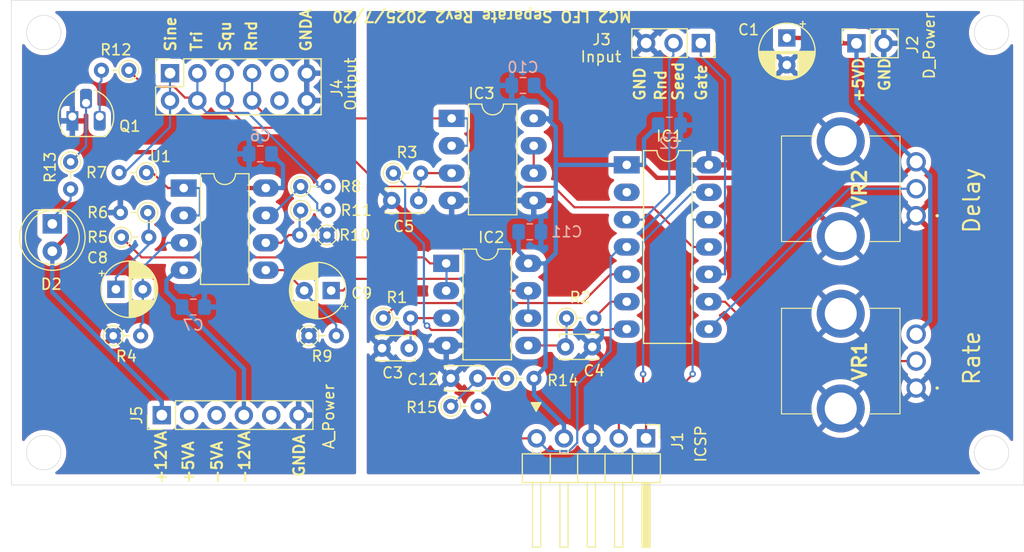
<source format=kicad_pcb>
(kicad_pcb (version 20241229) (generator "pcbnew") (generator_version "9.0")
  (layers (0 "F.Cu" signal) (2 "B.Cu" signal) (13 "F.Paste" user) (15 "B.Paste" user) (5 "F.SilkS" user "F.Silkscreen") (7 "B.SilkS" user "B.Silkscreen") (1 "F.Mask" user) (3 "B.Mask" user) (25 "Edge.Cuts" user))
  (net 0 "")
  (net 1 "+5VD")
  (net 2 "GND")
  (net 3 "Net-(IC2-VINA+)")
  (net 4 "Net-(IC2-VINB+)")
  (net 5 "Net-(IC3-VINA+)")
  (net 6 "GNDA")
  (net 7 "+12VA")
  (net 8 "-12VA")
  (net 9 "Net-(U1A-+)")
  (net 10 "Raw_Sine")
  (net 11 "Net-(C8-Pad1)")
  (net 12 "Raw_Triangle")
  (net 13 "RandumSeed")
  (net 14 "PWM_Randum")
  (net 15 "ICSPCLK")
  (net 16 "ICSPDT")
  (net 17 "Net-(C12-Pad1)")
  (net 18 "Gate")
  (net 19 "Rate")
  (net 20 "PWM_Triangle")
  (net 21 "PWM_Sine")
  (net 22 "~MCLR")
  (net 23 "Delay")
  (net 24 "Net-(D2-K)")
  (net 25 "Square")
  (net 26 "Randum")
  (net 27 "Sine")
  (net 28 "Triangle")
  (net 29 "+5VA")
  (net 31 "-5VA")
  (net 32 "Net-(U1A--)")
  (net 34 "Net-(R11-Pad2)")
  (net 35 "Net-(U1B-+)")
  (net 38 "Net-(IC3-VINB-)")
  (net 39 "Net-(Q1-C)")
  (net 40 "Net-(Q1-B)")
  (net 41 "Net-(U1B--)")
  (footprint "Capacitor_THT:C_Disc_D3.4mm_W2.1mm_P2.50mm" (layer "F.Cu") (at 123.917 66.304 180)
    (property "Reference" "C3" (at 1.517 -2.286 0) (layer "F.SilkS"))
    (property "Value" "0.01uF")
    (pad "1" thru_hole circle (at 0 0 180) (size 1.6 1.6) (drill 0.8) (layers "*.Cu" "*.Mask") (net 3 "Net-(IC2-VINA+)"))
    (pad "2" thru_hole circle (at 2.5 0 180) (size 1.6 1.6) (drill 0.8) (layers "*.Cu" "*.Mask") (net 2 "GND"))
  )
  (footprint "Capacitor_THT:CP_Radial_D5.0mm_P2.50mm" (layer "F.Cu") (at 116.688 60.95 180)
    (property "Reference" "C9" (at -2.834 -0.254 0) (layer "F.SilkS"))
    (property "Value" "47uF/16V")
    (pad "1" thru_hole rect (at 0 0 180) (size 1.6 1.6) (drill 0.8) (layers "*.Cu" "*.Mask") (net 12 "Raw_Triangle"))
    (pad "2" thru_hole circle (at 2.5 0 180) (size 1.6 1.6) (drill 0.8) (layers "*.Cu" "*.Mask") (net 35 "Net-(U1B-+)"))
  )
  (footprint "Resistor_THT:R_Axial_DIN0204_L3.6mm_D1.6mm_P2.54mm_Vertical" (layer "F.Cu") (at 97.22 55.997)
    (property "Reference" "R5" (at -2.209 0 0) (layer "F.SilkS"))
    (property "Value" "30K")
    (pad "1" thru_hole circle (at 0 0) (size 1.4 1.4) (drill 0.7) (layers "*.Cu" "*.Mask") (net 10 "Raw_Sine"))
    (pad "2" thru_hole oval (at 2.54 0) (size 1.4 1.4) (drill 0.7) (layers "*.Cu" "*.Mask") (net 11 "Net-(C8-Pad1)"))
  )
  (footprint "Connector_PinSocket_2.54mm:PinSocket_1x03_P2.54mm_Vertical" (layer "F.Cu") (at 151.015 37.975 -90)
    (property "Reference" "J3" (at -0.3175 9.215 180) (layer "F.SilkS"))
    (property "Value" "Input")
    (pad "1" thru_hole rect (at 0 0 270) (size 1.7 1.7) (drill 1) (layers "*.Cu" "*.Mask") (net 18 "Gate"))
    (pad "2" thru_hole circle (at 0 2.54 270) (size 1.7 1.7) (drill 1) (layers "*.Cu" "*.Mask") (net 13 "RandumSeed"))
    (pad "3" thru_hole circle (at 0 5.08 270) (size 1.7 1.7) (drill 1) (layers "*.Cu" "*.Mask") (net 2 "GND"))
  )
  (footprint "Connector_PinHeader_2.54mm:PinHeader_1x06_P2.54mm_Vertical" (layer "F.Cu") (at 100.965 72.517 90)
    (property "Reference" "J5" (at 0 -2.33 90) (layer "F.SilkS"))
    (property "Value" "A_Power")
    (pad "1" thru_hole rect (at 0 0 90) (size 1.7 1.7) (drill 1) (layers "*.Cu" "*.Mask") (net 7 "+12VA"))
    (pad "2" thru_hole oval (at 0 2.54 90) (size 1.7 1.7) (drill 1) (layers "*.Cu" "*.Mask") (net 29 "+5VA"))
    (pad "3" thru_hole oval (at 0 5.08 90) (size 1.7 1.7) (drill 1) (layers "*.Cu" "*.Mask") (net 31 "-5VA"))
    (pad "4" thru_hole oval (at 0 7.62 90) (size 1.7 1.7) (drill 1) (layers "*.Cu" "*.Mask") (net 8 "-12VA"))
    (pad "5" thru_hole oval (at 0 10.16 90) (size 1.7 1.7) (drill 1) (layers "*.Cu" "*.Mask"))
    (pad "6" thru_hole oval (at 0 12.7 90) (size 1.7 1.7) (drill 1) (layers "*.Cu" "*.Mask") (net 6 "GNDA"))
  )
  (footprint "Package_DIP:DIP-8_W7.62mm_LongPads" (layer "F.Cu") (at 127.874 44.968)
    (property "Reference" "IC3" (at 2.779 -2.32 0) (layer "F.SilkS"))
    (property "Value" "MCP6232-E_P")
    (pad "1" thru_hole rect (at 0 0) (size 2.4 1.6) (drill 0.8) (layers "*.Cu" "*.Mask") (net 26 "Randum"))
    (pad "2" thru_hole oval (at 0 2.54) (size 2.4 1.6) (drill 0.8) (layers "*.Cu" "*.Mask") (net 26 "Randum"))
    (pad "3" thru_hole oval (at 0 5.08) (size 2.4 1.6) (drill 0.8) (layers "*.Cu" "*.Mask") (net 5 "Net-(IC3-VINA+)"))
    (pad "4" thru_hole oval (at 0 7.62) (size 2.4 1.6) (drill 0.8) (layers "*.Cu" "*.Mask") (net 2 "GND"))
    (pad "5" thru_hole oval (at 7.62 7.62) (size 2.4 1.6) (drill 0.8) (layers "*.Cu" "*.Mask") (net 2 "GND"))
    (pad "6" thru_hole oval (at 7.62 5.08) (size 2.4 1.6) (drill 0.8) (layers "*.Cu" "*.Mask") (net 38 "Net-(IC3-VINB-)"))
    (pad "7" thru_hole oval (at 7.62 2.54) (size 2.4 1.6) (drill 0.8) (layers "*.Cu" "*.Mask") (net 38 "Net-(IC3-VINB-)"))
    (pad "8" thru_hole oval (at 7.62 0) (size 2.4 1.6) (drill 0.8) (layers "*.Cu" "*.Mask") (net 1 "+5VD"))
  )
  (footprint "Resistor_THT:R_Axial_DIN0204_L3.6mm_D1.6mm_P2.54mm_Vertical" (layer "F.Cu") (at 138.542 63.51)
    (property "Reference" "R2" (at 1.27 -1.92 0) (layer "F.SilkS"))
    (property "Value" "10K")
    (pad "1" thru_hole circle (at 0 0) (size 1.4 1.4) (drill 0.7) (layers "*.Cu" "*.Mask") (net 4 "Net-(IC2-VINB+)"))
    (pad "2" thru_hole oval (at 2.54 0) (size 1.4 1.4) (drill 0.7) (layers "*.Cu" "*.Mask") (net 20 "PWM_Triangle"))
  )
  (footprint "LED_THT:LED_D5.0mm_FlatTop" (layer "F.Cu") (at 90.8 54.76 -90)
    (property "Reference" "D2" (at 5.6 0.1 180) (layer "F.SilkS"))
    (property "Value" "LED")
    (pad "1" thru_hole rect (at 0 0 270) (size 1.8 1.8) (drill 0.9) (layers "*.Cu" "*.Mask") (net 24 "Net-(D2-K)"))
    (pad "2" thru_hole circle (at 2.54 0 270) (size 1.8 1.8) (drill 0.9) (layers "*.Cu" "*.Mask") (net 7 "+12VA"))
  )
  (footprint "Resistor_THT:R_Axial_DIN0204_L3.6mm_D1.6mm_P2.54mm_Vertical" (layer "F.Cu") (at 97.9 40.5 180)
    (property "Reference" "R12" (at 1.2 1.9 180) (layer "F.SilkS"))
    (property "Value" "100K")
    (pad "1" thru_hole circle (at 0 0 180) (size 1.4 1.4) (drill 0.7) (layers "*.Cu" "*.Mask") (net 28 "Triangle"))
    (pad "2" thru_hole oval (at 2.54 0 180) (size 1.4 1.4) (drill 0.7) (layers "*.Cu" "*.Mask") (net 40 "Net-(Q1-B)"))
  )
  (footprint "Resistor_THT:R_Axial_DIN0204_L3.6mm_D1.6mm_P2.54mm_Vertical" (layer "F.Cu") (at 113.857 53.5)
    (property "Reference" "R11" (at 5.157 0 0) (layer "F.SilkS"))
    (property "Value" "1.2K")
    (pad "1" thru_hole circle (at 0 0) (size 1.4 1.4) (drill 0.7) (layers "*.Cu" "*.Mask") (net 41 "Net-(U1B--)"))
    (pad "2" thru_hole oval (at 2.54 0) (size 1.4 1.4) (drill 0.7) (layers "*.Cu" "*.Mask") (net 34 "Net-(R11-Pad2)"))
  )
  (footprint "Capacitor_THT:CP_Radial_D5.0mm_P2.50mm" (layer "F.Cu") (at 96.702 60.833)
    (property "Reference" "C8" (at -1.706 -2.921 0) (layer "F.SilkS"))
    (property "Value" "47uF/16V")
    (pad "1" thru_hole rect (at 0 0) (size 1.6 1.6) (drill 0.8) (layers "*.Cu" "*.Mask") (net 11 "Net-(C8-Pad1)"))
    (pad "2" thru_hole circle (at 2.5 0) (size 1.6 1.6) (drill 0.8) (layers "*.Cu" "*.Mask") (net 9 "Net-(U1A-+)"))
  )
  (footprint "Resistor_THT:R_Axial_DIN0204_L3.6mm_D1.6mm_P2.54mm_Vertical" (layer "F.Cu") (at 121.524 63.51)
    (property "Reference" "R1" (at 1.27 -1.92 0) (layer "F.SilkS"))
    (property "Value" "10K")
    (pad "1" thru_hole circle (at 0 0) (size 1.4 1.4) (drill 0.7) (layers "*.Cu" "*.Mask") (net 21 "PWM_Sine"))
    (pad "2" thru_hole oval (at 2.54 0) (size 1.4 1.4) (drill 0.7) (layers "*.Cu" "*.Mask") (net 3 "Net-(IC2-VINA+)"))
  )
  (footprint "Resistor_THT:R_Axial_DIN0204_L3.6mm_D1.6mm_P2.54mm_Vertical" (layer "F.Cu") (at 92.5 49 -90)
    (property "Reference" "R13" (at 0.508 1.905 90) (layer "F.SilkS"))
    (property "Value" "2.2K")
    (pad "1" thru_hole circle (at 0 0 270) (size 1.4 1.4) (drill 0.7) (layers "*.Cu" "*.Mask") (net 39 "Net-(Q1-C)"))
    (pad "2" thru_hole oval (at 2.54 0 270) (size 1.4 1.4) (drill 0.7) (layers "*.Cu" "*.Mask") (net 24 "Net-(D2-K)"))
  )
  (footprint "Resistor_THT:R_Axial_DIN0204_L3.6mm_D1.6mm_P2.54mm_Vertical" (layer "F.Cu") (at 99.66 53.711 180)
    (property "Reference" "R6" (at 4.649 0 0) (layer "F.SilkS"))
    (property "Value" "20K")
    (pad "1" thru_hole circle (at 0 0 180) (size 1.4 1.4) (drill 0.7) (layers "*.Cu" "*.Mask") (net 11 "Net-(C8-Pad1)"))
    (pad "2" thru_hole oval (at 2.54 0 180) (size 1.4 1.4) (drill 0.7) (layers "*.Cu" "*.Mask") (net 6 "GNDA"))
  )
  (footprint "SamacSys_Parts:RK09D117000B" (layer "F.Cu") (at 171 70 90)
    (property "Reference" "VR1" (at 2.5 -5.25 90) (layer "F.SilkS") (effects (font (size 1.27 1.27) (thickness 0.254))))
    (property "Value" "Rate 10KB" (hide yes))
    (pad "1" thru_hole circle (at 0 0 90) (size 1.8 1.8) (drill 1.2) (layers "*.Cu" "*.Mask") (net 2 "GND"))
    (pad "2" thru_hole circle (at 2.5 0 90) (size 1.8 1.8) (drill 1.2) (layers "*.Cu" "*.Mask") (net 19 "Rate"))
    (pad "3" thru_hole circle (at 5 0 90) (size 1.8 1.8) (drill 1.2) (layers "*.Cu" "*.Mask") (net 1 "+5VD"))
    (pad "MH1" thru_hole circle (at -1.9 -7 90) (size 4.455 4.455) (drill 2.97) (layers "*.Cu" "*.Mask") (net 2 "GND"))
    (pad "MH2" thru_hole circle (at 6.9 -7 90) (size 4.455 4.455) (drill 2.97) (layers "*.Cu" "*.Mask") (net 2 "GND"))
  )
  (footprint "Connector_PinHeader_2.54mm:PinHeader_1x05_P2.54mm_Horizontal" (layer "F.Cu") (at 145.923 74.676 -90)
    (property "Reference" "J1" (at 0.254 -2.921 90) (layer "F.SilkS"))
    (property "Value" "ICSP")
    (pad "1" thru_hole rect (at 0 0 270) (size 1.7 1.7) (drill 1) (layers "*.Cu" "*.Mask") (net 15 "ICSPCLK"))
    (pad "2" thru_hole oval (at 0 2.54 270) (size 1.7 1.7) (drill 1) (layers "*.Cu" "*.Mask") (net 16 "ICSPDT"))
    (pad "3" thru_hole oval (at 0 5.08 270) (size 1.7 1.7) (drill 1) (layers "*.Cu" "*.Mask") (net 2 "GND"))
    (pad "4" thru_hole oval (at 0 7.62 270) (size 1.7 1.7) (drill 1) (layers "*.Cu" "*.Mask") (net 1 "+5VD"))
    (pad "5" thru_hole oval (at 0 10.16 270) (size 1.7 1.7) (drill 1) (layers "*.Cu" "*.Mask") (net 22 "~MCLR"))
  )
  (footprint "Package_DIP:DIP-8_W7.62mm_LongPads" (layer "F.Cu") (at 127.366 58.43)
    (property "Reference" "IC2" (at 4.191 -2.413 0) (layer "F.SilkS"))
    (property "Value" "MCP6232-E_P")
    (pad "1" thru_hole rect (at 0 0) (size 2.4 1.6) (drill 0.8) (layers "*.Cu" "*.Mask") (net 10 "Raw_Sine"))
    (pad "2" thru_hole oval (at 0 2.54) (size 2.4 1.6) (drill 0.8) (layers "*.Cu" "*.Mask") (net 10 "Raw_Sine"))
    (pad "3" thru_hole oval (at 0 5.08) (size 2.4 1.6) (drill 0.8) (layers "*.Cu" "*.Mask") (net 3 "Net-(IC2-VINA+)"))
    (pad "4" thru_hole oval (at 0 7.62) (size 2.4 1.6) (drill 0.8) (layers "*.Cu" "*.Mask") (net 2 "GND"))
    (pad "5" thru_hole oval (at 7.62 7.62) (size 2.4 1.6) (drill 0.8) (layers "*.Cu" "*.Mask") (net 4 "Net-(IC2-VINB+)"))
    (pad "6" thru_hole oval (at 7.62 5.08) (size 2.4 1.6) (drill 0.8) (layers "*.Cu" "*.Mask") (net 12 "Raw_Triangle"))
    (pad "7" thru_hole oval (at 7.62 2.54) (size 2.4 1.6) (drill 0.8) (layers "*.Cu" "*.Mask") (net 12 "Raw_Triangle"))
    (pad "8" thru_hole oval (at 7.62 0) (size 2.4 1.6) (drill 0.8) (layers "*.Cu" "*.Mask") (net 1 "+5VD"))
  )
  (footprint "Package_TO_SOT_THT:TO-92_HandSolder" (layer "F.Cu") (at 92.66 44.8)
    (property "Reference" "Q1" (at 5.334 0.889 0) (layer "F.SilkS"))
    (property "Value" "Q_NPN_ECB")
    (pad "1" thru_hole rect (at 0 0) (size 1.1 1.8) (drill 0.75 (offset 0 0.4)) (layers "*.Cu" "*.Mask") (net 6 "GNDA"))
    (pad "2" thru_hole roundrect (at 1.27 -1.27) (size 1.1 1.8) (drill 0.75 (offset 0 -0.4)) (layers "*.Cu" "*.Mask") (net 39 "Net-(Q1-C)"))
    (pad "3" thru_hole roundrect (at 2.54 0) (size 1.1 1.8) (drill 0.75 (offset 0 0.4)) (layers "*.Cu" "*.Mask") (net 40 "Net-(Q1-B)"))
  )
  (footprint "Resistor_THT:R_Axial_DIN0204_L3.6mm_D1.6mm_P2.54mm_Vertical" (layer "F.Cu") (at 114.619 65.141)
    (property "Reference" "R9" (at 1.22 1.905 0) (layer "F.SilkS"))
    (property "Value" "100K")
    (pad "1" thru_hole circle (at 0 0) (size 1.4 1.4) (drill 0.7) (layers "*.Cu" "*.Mask") (net 6 "GNDA"))
    (pad "2" thru_hole oval (at 2.54 0) (size 1.4 1.4) (drill 0.7) (layers "*.Cu" "*.Mask") (net 35 "Net-(U1B-+)"))
  )
  (footprint "Resistor_THT:R_Axial_DIN0204_L3.6mm_D1.6mm_P2.54mm_Vertical" (layer "F.Cu") (at 99.54 50 180)
    (property "Reference" "R7" (at 4.64 0 0) (layer "F.SilkS"))
    (property "Value" "100")
    (pad "1" thru_hole circle (at 0 0 180) (size 1.4 1.4) (drill 0.7) (layers "*.Cu" "*.Mask") (net 32 "Net-(U1A--)"))
    (pad "2" thru_hole oval (at 2.54 0 180) (size 1.4 1.4) (drill 0.7) (layers "*.Cu" "*.Mask") (net 27 "Sine"))
  )
  (footprint "Resistor_THT:R_Axial_DIN0204_L3.6mm_D1.6mm_P2.54mm_Vertical" (layer "F.Cu") (at 132.98 69.1)
    (property "Reference" "R14" (at 5.22 0.2 0) (layer "F.SilkS"))
    (property "Value" "1K")
    (pad "1" thru_hole circle (at 0 0) (size 1.4 1.4) (drill 0.7) (layers "*.Cu" "*.Mask") (net 17 "Net-(C12-Pad1)"))
    (pad "2" thru_hole circle (at 2.54 0) (size 1.4 1.4) (drill 0.7) (layers "*.Cu" "*.Mask") (net 1 "+5VD"))
  )
  (footprint "Resistor_THT:R_Axial_DIN0204_L3.6mm_D1.6mm_P2.54mm_Vertical" (layer "F.Cu") (at 113.857 51.298)
    (property "Reference" "R8" (at 4.649 0 0) (layer "F.SilkS"))
    (property "Value" "100")
    (pad "1" thru_hole circle (at 0 0) (size 1.4 1.4) (drill 0.7) (layers "*.Cu" "*.Mask") (net 34 "Net-(R11-Pad2)"))
    (pad "2" thru_hole oval (at 2.54 0) (size 1.4 1.4) (drill 0.7) (layers "*.Cu" "*.Mask") (net 28 "Triangle"))
  )
  (footprint "Package_DIP:DIP-14_W7.62mm_LongPads" (layer "F.Cu") (at 144.13 49.286)
    (property "Reference" "IC1" (at 3.952 -2.677 0) (layer "F.SilkS"))
    (property "Value" "PIC16F15325-I_P")
    (pad "1" thru_hole rect (at 0 0) (size 2.4 1.6) (drill 0.8) (layers "*.Cu" "*.Mask") (net 1 "+5VD"))
    (pad "2" thru_hole oval (at 0 2.54) (size 2.4 1.6) (drill 0.8) (layers "*.Cu" "*.Mask"))
    (pad "3" thru_hole oval (at 0 5.08) (size 2.4 1.6) (drill 0.8) (layers "*.Cu" "*.Mask") (net 13 "RandumSeed"))
    (pad "4" thru_hole oval (at 0 7.62) (size 2.4 1.6) (drill 0.8) (layers "*.Cu" "*.Mask") (net 22 "~MCLR"))
    (pad "5" thru_hole oval (at 0 10.16) (size 2.4 1.6) (drill 0.8) (layers "*.Cu" "*.Mask") (net 21 "PWM_Sine"))
    (pad "6" thru_hole oval (at 0 12.7) (size 2.4 1.6) (drill 0.8) (layers "*.Cu" "*.Mask") (net 20 "PWM_Triangle"))
    (pad "7" thru_hole oval (at 0 15.24) (size 2.4 1.6) (drill 0.8) (layers "*.Cu" "*.Mask") (net 14 "PWM_Randum"))
    (pad "8" thru_hole oval (at 7.62 15.24) (size 2.4 1.6) (drill 0.8) (layers "*.Cu" "*.Mask") (net 23 "Delay"))
    (pad "9" thru_hole oval (at 7.62 12.7) (size 2.4 1.6) (drill 0.8) (layers "*.Cu" "*.Mask") (net 19 "Rate"))
    (pad "10" thru_hole oval (at 7.62 10.16) (size 2.4 1.6) (drill 0.8) (layers "*.Cu" "*.Mask") (net 18 "Gate"))
    (pad "11" thru_hole oval (at 7.62 7.62) (size 2.4 1.6) (drill 0.8) (layers "*.Cu" "*.Mask") (net 25 "Square"))
    (pad "12" thru_hole oval (at 7.62 5.08) (size 2.4 1.6) (drill 0.8) (layers "*.Cu" "*.Mask") (net 15 "ICSPCLK"))
    (pad "13" thru_hole oval (at 7.62 2.54) (size 2.4 1.6) (drill 0.8) (layers "*.Cu" "*.Mask") (net 16 "ICSPDT"))
    (pad "14" thru_hole oval (at 7.62 0) (size 2.4 1.6) (drill 0.8) (layers "*.Cu" "*.Mask") (net 2 "GND"))
  )
  (footprint "Capacitor_THT:C_Disc_D3.4mm_W2.1mm_P2.50mm" (layer "F.Cu") (at 124.806 52.588 180)
    (property "Reference" "C5" (at 1.377 -2.413 0) (layer "F.SilkS"))
    (property "Value" "0.01uF")
    (pad "1" thru_hole circle (at 0 0 180) (size 1.6 1.6) (drill 0.8) (layers "*.Cu" "*.Mask") (net 5 "Net-(IC3-VINA+)"))
    (pad "2" thru_hole circle (at 2.5 0 180) (size 1.6 1.6) (drill 0.8) (layers "*.Cu" "*.Mask") (net 2 "GND"))
  )
  (footprint "Resistor_THT:R_Axial_DIN0204_L3.6mm_D1.6mm_P2.54mm_Vertical" (layer "F.Cu") (at 116.3 55.8 180)
    (property "Reference" "R10" (at -2.59 0 0) (layer "F.SilkS"))
    (property "Value" "10K")
    (pad "1" thru_hole circle (at 0 0 180) (size 1.4 1.4) (drill 0.7) (layers "*.Cu" "*.Mask") (net 6 "GNDA"))
    (pad "2" thru_hole oval (at 2.54 0 180) (size 1.4 1.4) (drill 0.7) (layers "*.Cu" "*.Mask") (net 41 "Net-(U1B--)"))
  )
  (footprint "Resistor_THT:R_Axial_DIN0204_L3.6mm_D1.6mm_P2.54mm_Vertical" (layer "F.Cu") (at 127.8 71.7)
    (property "Reference" "R15" (at -2.7 0.1 0) (layer "F.SilkS"))
    (property "Value" "100")
    (pad "1" thru_hole circle (at 0 0) (size 1.4 1.4) (drill 0.7) (layers "*.Cu" "*.Mask") (net 17 "Net-(C12-Pad1)"))
    (pad "2" thru_hole circle (at 2.54 0) (size 1.4 1.4) (drill 0.7) (layers "*.Cu" "*.Mask") (net 22 "~MCLR"))
  )
  (footprint "Capacitor_THT:C_Disc_D3.4mm_W2.1mm_P2.50mm" (layer "F.Cu") (at 138.435 66.177)
    (property "Reference" "C4" (at 2.665 2.223 0) (layer "F.SilkS"))
    (property "Value" "0.01uF")
    (pad "1" thru_hole circle (at 0 0) (size 1.6 1.6) (drill 0.8) (layers "*.Cu" "*.Mask") (net 4 "Net-(IC2-VINB+)"))
    (pad "2" thru_hole circle (at 2.5 0) (size 1.6 1.6) (drill 0.8) (layers "*.Cu" "*.Mask") (net 2 "GND"))
  )
  (footprint "SamacSys_Parts:RK09D117000B" (layer "F.Cu") (at 171 54 90)
    (property "Reference" "VR2" (at 2.5 -5.25 90) (layer "F.SilkS") (effects (font (size 1.27 1.27) (thickness 0.254))))
    (property "Value" "Delay 10KB" (hide yes))
    (pad "1" thru_hole circle (at 0 0 90) (size 1.8 1.8) (drill 1.2) (layers "*.Cu" "*.Mask") (net 2 "GND"))
    (pad "2" thru_hole circle (at 2.5 0 90) (size 1.8 1.8) (drill 1.2) (layers "*.Cu" "*.Mask") (net 23 "Delay"))
    (pad "3" thru_hole circle (at 5 0 90) (size 1.8 1.8) (drill 1.2) (layers "*.Cu" "*.Mask") (net 1 "+5VD"))
    (pad "MH1" thru_hole circle (at -1.9 -7 90) (size 4.455 4.455) (drill 2.97) (layers "*.Cu" "*.Mask") (net 2 "GND"))
    (pad "MH2" thru_hole circle (at 6.9 -7 90) (size 4.455 4.455) (drill 2.97) (layers "*.Cu" "*.Mask") (net 2 "GND"))
  )
  (footprint "Resistor_THT:R_Axial_DIN0204_L3.6mm_D1.6mm_P2.54mm_Vertical" (layer "F.Cu") (at 96.458 65.151)
    (property "Reference" "R4" (at 1.22 1.905 0) (layer "F.SilkS"))
    (property "Value" "100K")
    (pad "1" thru_hole circle (at 0 0) (size 1.4 1.4) (drill 0.7) (layers "*.Cu" "*.Mask") (net 6 "GNDA"))
    (pad "2" thru_hole oval (at 2.54 0) (size 1.4 1.4) (drill 0.7) (layers "*.Cu" "*.Mask") (net 9 "Net-(U1A-+)"))
  )
  (footprint "Package_DIP:DIP-8_W7.62mm_LongPads" (layer "F.Cu") (at 102.997 51.435)
    (property "Reference" "U1" (at -2.159 -2.921 0) (layer "F.SilkS"))
    (property "Value" "Opamp_Dual")
    (pad "1" thru_hole rect (at 0 0) (size 2.4 1.6) (drill 0.8) (layers "*.Cu" "*.Mask") (net 32 "Net-(U1A--)"))
    (pad "2" thru_hole oval (at 0 2.54) (size 2.4 1.6) (drill 0.8) (layers "*.Cu" "*.Mask") (net 32 "Net-(U1A--)"))
    (pad "3" thru_hole oval (at 0 5.08) (size 2.4 1.6) (drill 0.8) (layers "*.Cu" "*.Mask") (net 9 "Net-(U1A-+)"))
    (pad "4" thru_hole oval (at 0 7.62) (size 2.4 1.6) (drill 0.8) (layers "*.Cu" "*.Mask") (net 8 "-12VA"))
    (pad "5" thru_hole oval (at 7.62 7.62) (size 2.4 1.6) (drill 0.8) (layers "*.Cu" "*.Mask") (net 35 "Net-(U1B-+)"))
    (pad "6" thru_hole oval (at 7.62 5.08) (size 2.4 1.6) (drill 0.8) (layers "*.Cu" "*.Mask") (net 41 "Net-(U1B--)"))
    (pad "7" thru_hole oval (at 7.62 2.54) (size 2.4 1.6) (drill 0.8) (layers "*.Cu" "*.Mask") (net 34 "Net-(R11-Pad2)"))
    (pad "8" thru_hole oval (at 7.62 0) (size 2.4 1.6) (drill 0.8) (layers "*.Cu" "*.Mask") (net 7 "+12VA"))
  )
  (footprint "Capacitor_THT:C_Disc_D3.4mm_W2.1mm_P2.50mm" (layer "F.Cu") (at 130.3 69.1 180)
    (property "Reference" "C12" (at 5.1 -0.1 0) (layer "F.SilkS"))
    (property "Value" "0.01uF")
    (pad "1" thru_hole circle (at 0 0 180) (size 1.6 1.6) (drill 0.8) (layers "*.Cu" "*.Mask") (net 17 "Net-(C12-Pad1)"))
    (pad "2" thru_hole circle (at 2.5 0 180) (size 1.6 1.6) (drill 0.8) (layers "*.Cu" "*.Mask") (net 2 "GND"))
  )
  (footprint "Capacitor_THT:CP_Radial_D5.0mm_P2.50mm" (layer "F.Cu") (at 159 37.5 -90)
    (property "Reference" "C1" (at -0.762 3.556 0) (layer "F.SilkS"))
    (property "Value" "10uF/16V")
    (pad "1" thru_hole rect (at 0 0 270) (size 1.6 1.6) (drill 0.8) (layers "*.Cu" "*.Mask") (net 1 "+5VD"))
    (pad "2" thru_hole circle (at 2.5 0 270) (size 1.6 1.6) (drill 0.8) (layers "*.Cu" "*.Mask") (net 2 "GND"))
  )
  (footprint "Connector_PinSocket_2.54mm:PinSocket_2x06_P2.54mm_Vertical" (layer "F.Cu") (at 101.727 40.767 90)
    (property "Reference" "J4" (at -1.397 15.494 90) (layer "F.SilkS"))
    (property "Value" "Output")
    (pad "1" thru_hole rect (at 0 0 90) (size 1.7 1.7) (drill 1) (layers "*.Cu" "*.Mask") (net 27 "Sine"))
    (pad "2" thru_hole oval (at -2.54 0 90) (size 1.7 1.7) (drill 1) (layers "*.Cu" "*.Mask") (net 27 "Sine"))
    (pad "3" thru_hole oval (at 0 2.54 90) (size 1.7 1.7) (drill 1) (layers "*.Cu" "*.Mask") (net 28 "Triangle"))
    (pad "4" thru_hole oval (at -2.54 2.54 90) (size 1.7 1.7) (drill 1) (layers "*.Cu" "*.Mask") (net 28 "Triangle"))
    (pad "5" thru_hole oval (at 0 5.08 90) (size 1.7 1.7) (drill 1) (layers "*.Cu" "*.Mask") (net 25 "Square"))
    (pad "6" thru_hole oval (at -2.54 5.08 90) (size 1.7 1.7) (drill 1) (layers "*.Cu" "*.Mask") (net 25 "Square"))
    (pad "7" thru_hole oval (at 0 7.62 90) (size 1.7 1.7) (drill 1) (layers "*.Cu" "*.Mask") (net 26 "Randum"))
    (pad "8" thru_hole oval (at -2.54 7.62 90) (size 1.7 1.7) (drill 1) (layers "*.Cu" "*.Mask") (net 26 "Randum"))
    (pad "9" thru_hole oval (at 0 10.16 90) (size 1.7 1.7) (drill 1) (layers "*.Cu" "*.Mask"))
    (pad "10" thru_hole oval (at -2.54 10.16 90) (size 1.7 1.7) (drill 1) (layers "*.Cu" "*.Mask"))
    (pad "11" thru_hole oval (at 0 12.7 90) (size 1.7 1.7) (drill 1) (layers "*.Cu" "*.Mask") (net 6 "GNDA"))
    (pad "12" thru_hole oval (at -2.54 12.7 90) (size 1.7 1.7) (drill 1) (layers "*.Cu" "*.Mask") (net 6 "GNDA"))
  )
  (footprint "Resistor_THT:R_Axial_DIN0204_L3.6mm_D1.6mm_P2.54mm_Vertical" (layer "F.Cu") (at 122.463 50.048)
    (property "Reference" "R3" (at 1.27 -1.92 0) (layer "F.SilkS"))
    (property "Value" "10K")
    (pad "1" thru_hole circle (at 0 0) (size 1.4 1.4) (drill 0.7) (layers "*.Cu" "*.Mask") (net 14 "PWM_Randum"))
    (pad "2" thru_hole oval (at 2.54 0) (size 1.4 1.4) (drill 0.7) (layers "*.Cu" "*.Mask") (net 5 "Net-(IC3-VINA+)"))
  )
  (footprint "Connector_PinSocket_2.54mm:PinSocket_1x02_P2.54mm_Vertical" (layer "F.Cu") (at 165.46 38 90)
    (property "Reference" "J2" (at -0.127 5.207 90) (layer "F.SilkS"))
    (property "Value" "D_Power")
    (pad "1" thru_hole rect (at 0 0 90) (size 1.7 1.7) (drill 1) (layers "*.Cu" "*.Mask") (net 1 "+5VD"))
    (pad "2" thru_hole oval (at 0 2.54 90) (size 1.7 1.7) (drill 1) (layers "*.Cu" "*.Mask") (net 2 "GND"))
  )
  (footprint "Capacitor_SMD:C_0805_2012Metric_Pad1.18x1.45mm_HandSolder" (layer "B.Cu") (at 134.493 41.91 180)
    (property "Reference" "C10" (at 0 1.68 0) (layer "B.SilkS") (effects (justify mirror)))
    (property "Value" "0.1uF")
    (pad "1" smd roundrect (at -1.0375 0 180) (size 1.175 1.45) (layers "B.Cu" "B.Mask" "B.Paste") (roundrect_rratio 0.212766) (net 1 "+5VD"))
    (pad "2" smd roundrect (at 1.0375 0 180) (size 1.175 1.45) (layers "B.Cu" "B.Mask" "B.Paste") (roundrect_rratio 0.212766) (net 2 "GND"))
  )
  (footprint "Capacitor_SMD:C_0805_2012Metric_Pad1.18x1.45mm_HandSolder" (layer "B.Cu") (at 110.109 48.26 180)
    (property "Reference" "C6" (at 0 1.68 0) (layer "B.SilkS") (effects (justify mirror)))
    (property "Value" "0.1uF")
    (pad "1" smd roundrect (at -1.0375 0 180) (size 1.175 1.45) (layers "B.Cu" "B.Mask" "B.Paste") (roundrect_rratio 0.212766) (net 7 "+12VA"))
    (pad "2" smd roundrect (at 1.0375 0 180) (size 1.175 1.45) (layers "B.Cu" "B.Mask" "B.Paste") (roundrect_rratio 0.212766) (net 6 "GNDA"))
  )
  (footprint "Capacitor_SMD:C_0805_2012Metric_Pad1.18x1.45mm_HandSolder" (layer "B.Cu") (at 103.886 62.484)
    (property "Reference" "C7" (at 0 1.68 0) (layer "B.SilkS") (effects (justify mirror)))
    (property "Value" "0.1uF")
    (pad "1" smd roundrect (at -1.0375 0) (size 1.175 1.45) (layers "B.Cu" "B.Mask" "B.Paste") (roundrect_rratio 0.212766) (net 8 "-12VA"))
    (pad "2" smd roundrect (at 1.0375 0) (size 1.175 1.45) (layers "B.Cu" "B.Mask" "B.Paste") (roundrect_rratio 0.212766) (net 6 "GNDA"))
  )
  (footprint "Capacitor_SMD:C_0805_2012Metric_Pad1.18x1.45mm_HandSolder" (layer "B.Cu") (at 135.128 55.499)
    (property "Reference" "C11" (at 3.429 0 0) (layer "B.SilkS") (effects (justify mirror)))
    (property "Value" "0.1uF")
    (pad "1" smd roundrect (at -1.0375 0) (size 1.175 1.45) (layers "B.Cu" "B.Mask" "B.Paste") (roundrect_rratio 0.212766) (net 1 "+5VD"))
    (pad "2" smd roundrect (at 1.0375 0) (size 1.175 1.45) (layers "B.Cu" "B.Mask" "B.Paste") (roundrect_rratio 0.212766) (net 2 "GND"))
  )
  (footprint "Capacitor_SMD:C_0805_2012Metric_Pad1.18x1.45mm_HandSolder" (layer "B.Cu") (at 148.082 45.593)
    (property "Reference" "C2" (at 0 1.68 0) (layer "B.SilkS") (effects (justify mirror)))
    (property "Value" "0.1uF")
    (pad "1" smd roundrect (at -1.0375 0) (size 1.175 1.45) (layers "B.Cu" "B.Mask" "B.Paste") (roundrect_rratio 0.212766) (net 1 "+5VD"))
    (pad "2" smd roundrect (at 1.0375 0) (size 1.175 1.45) (layers "B.Cu" "B.Mask" "B.Paste") (roundrect_rratio 0.212766) (net 2 "GND"))
  )
  (gr_circle (center 178 76) (end 179.6 76) (stroke (width 0.05)) (fill no) (layer "Edge.Cuts"))
  (gr_circle (center 178 37) (end 179.6 37) (stroke (width 0.05)) (fill no) (layer "Edge.Cuts"))
  (gr_circle (center 90 76) (end 91.6 76) (stroke (width 0.05)) (fill no) (layer "Edge.Cuts"))
  (gr_rect (start 87 34) (end 181 79) (stroke (width 0.05)) (fill no) (layer "Edge.Cuts"))
  (gr_circle (center 90 37) (end 91.6 37) (stroke (width 0.05)) (fill no) (layer "Edge.Cuts"))
  (gr_text "MC2 LFO Separate Rev2 2025/7/20" (at 144.7 34.9 180) (layer "F.SilkS") (effects (font (size 1 1) (thickness 0.2) (bold yes)) (justify left bottom)))
  (gr_text "A_Power" (at 116.459 72.644 90) (layer "F.SilkS") (effects (font (size 1 1))))
  (gr_text "Tri" (at 104.775 38.862 90) (layer "F.SilkS") (effects (font (size 1 1) (thickness 0.2) (bold yes)) (justify left bottom)))
  (gr_text "GNDA" (at 114.935 38.862 90) (layer "F.SilkS") (effects (font (size 1 1) (thickness 0.2) (bold yes)) (justify left bottom)))
  (gr_text "D_Power" (at 172.212 38.227 90) (layer "F.SilkS") (effects (font (size 1 1))))
  (gr_text "+5VA" (at 104.013 78.994 90) (layer "F.SilkS") (effects (font (size 1 1) (thickness 0.2) (bold yes)) (justify left bottom)))
  (gr_text "Rnd" (at 109.855 38.862 90) (layer "F.SilkS") (effects (font (size 1 1) (thickness 0.2) (bold yes)) (justify left bottom)))
  (gr_text "Delay" (at 177.038 55.753 90) (layer "F.SilkS") (effects (font (size 1.5 1.5) (thickness 0.2)) (justify left bottom)))
  (gr_text "+5VD" (at 166.243 43.561 90) (layer "F.SilkS") (effects (font (size 1 1) (thickness 0.2)) (justify left bottom)))
  (gr_text "GND" (at 145.923 43.434 90) (layer "F.SilkS") (effects (font (size 1 1) (thickness 0.2)) (justify left bottom)))
  (gr_text "Input" (at 141.732 39.243 0) (layer "F.SilkS") (effects (font (size 1 1))))
  (gr_text "ICSP" (at 151.003 75.184 90) (layer "F.SilkS") (effects (font (size 1 1))))
  (gr_text "-5VA" (at 106.68 78.994 90) (layer "F.SilkS") (effects (font (size 1 1) (thickness 0.2) (bold yes)) (justify left bottom)))
  (gr_text "Rnd\nSeed" (at 149.479 43.434 90) (layer "F.SilkS") (effects (font (size 1 1) (thickness 0.2)) (justify left bottom)))
  (gr_text "▼" (at 135.001 72.263 0) (layer "F.SilkS") (effects (font (size 1 1)) (justify left bottom)))
  (gr_text "Output" (at 118.491 41.783 90) (layer "F.SilkS") (effects (font (size 1 1))))
  (gr_text "+12VA" (at 101.473 78.994 90) (layer "F.SilkS") (effects (font (size 1 1) (thickness 0.2) (bold yes)) (justify left bottom)))
  (gr_text "GND" (at 168.656 42.545 90) (layer "F.SilkS") (effects (font (size 1 1) (thickness 0.2)) (justify left bottom)))
  (gr_text "Sine" (at 102.362 38.862 90) (layer "F.SilkS") (effects (font (size 1 1) (thickness 0.2) (bold yes)) (justify left bottom)))
  (gr_text "Squ" (at 107.442 38.862 90) (layer "F.SilkS") (effects (font (size 1 1) (thickness 0.2) (bold yes)) (justify left bottom)))
  (gr_text "GNDA" (at 114.3 78.359 90) (layer "F.SilkS") (effects (font (size 1 1) (thickness 0.2) (bold yes)) (justify left bottom)))
  (gr_text "-12VA" (at 109.22 78.994 90) (layer "F.SilkS") (effects (font (size 1 1) (thickness 0.2) (bold yes)) (justify left bottom)))
  (gr_text "Gate" (at 151.638 43.434 90) (layer "F.SilkS") (effects (font (size 1 1) (thickness 0.2)) (justify left bottom)))
  (gr_text "Rate" (at 177.038 69.85 90) (layer "F.SilkS") (effects (font (size 1.5 1.5) (thickness 0.2)) (justify left bottom)))
  (segment (start 146.933 50.4877) (end 169.512 50.4877) (width 0.4) (layer "F.Cu") (net 1))
  (segment (start 169.512 50.4877) (end 171 49) (width 0.4) (layer "F.Cu") (net 1))
  (segment (start 144.13 49.286) (end 145.732 49.286) (width 0.4) (layer "F.Cu") (net 1))
  (segment (start 165.46 38) (end 164.208 38) (width 0.4) (layer "F.Cu") (net 1))
  (segment (start 164.208 38) (end 163.708 37.5) (width 0.4) (layer "F.Cu") (net 1))
  (segment (start 163.708 37.5) (end 159 37.5) (width 0.4) (layer "F.Cu") (net 1))
  (segment (start 145.732 49.286) (end 146.933 50.4877) (width 0.4) (layer "F.Cu") (net 1))
  (segment (start 135.52 70.6413) (end 138.303 73.4243) (width 0.4) (layer "B.Cu") (net 1))
  (segment (start 172.308 63.6918) (end 172.308 50.3082) (width 0.4) (layer "B.Cu") (net 1))
  (segment (start 137.54 49.286) (end 137.54 57.4781) (width 0.4) (layer "B.Cu") (net 1))
  (segment (start 146.716 45.9212) (end 146.7163 45.9212) (width 0.4) (layer "B.Cu") (net 1))
  (segment (start 136.728 44.968) (end 137.54 45.7791) (width 0.4) (layer "B.Cu") (net 1))
  (segment (start 145.732 49.286) (end 145.732 46.9058) (width 0.4) (layer "B.Cu") (net 1))
  (segment (start 171 65) (end 172.308 63.6918) (width 0.4) (layer "B.Cu") (net 1))
  (segment (start 146.388 46.2494) (end 146.716 45.9212) (width 0.4) (layer "B.Cu") (net 1))
  (segment (start 134.661 57.8595) (end 134.986 58.1845) (width 0.4) (layer "B.Cu") (net 1))
  (segment (start 134.986 58.1845) (end 134.986 58.43) (width 0.4) (layer "B.Cu") (net 1))
  (segment (start 137.54 45.7791) (end 137.54 49.286) (width 0.4) (layer "B.Cu") (net 1))
  (segment (start 136.313 42.6926) (end 135.53 41.9101) (width 0.4) (layer "B.Cu") (net 1))
  (segment (start 136.313 42.6926) (end 135.53 41.91) (width 0.4) (layer "B.Cu") (net 1))
  (segment (start 138.303 73.4243) (end 138.303 74.676) (width 0.4) (layer "B.Cu") (net 1))
  (segment (start 134.661 57.8595) (end 134.09 57.289) (width 0.4) (layer "B.Cu") (net 1))
  (segment (start 145.732 46.9058) (end 146.388 46.2494) (width 0.4) (layer "B.Cu") (net 1))
  (segment (start 146.388 46.2494) (end 146.716 45.9212) (width 0.4) (layer "B.Cu") (net 1))
  (segment (start 135.52 69.1) (end 136.588 68.0323) (width 0.4) (layer "B.Cu") (net 1))
  (segment (start 134.0905 55.499) (end 134.09 55.499) (width 0.4) (layer "B.Cu") (net 1))
  (segment (start 172.308 50.3082) (end 171 49) (width 0.4) (layer "B.Cu") (net 1))
  (segment (start 146.7163 45.9212) (end 147.0445 45.593) (width 0.4) (layer "B.Cu") (net 1))
  (segment (start 171 49) (end 165.46 43.46) (width 0.4) (layer "B.Cu") (net 1))
  (segment (start 137.096 43.4752) (end 136.313 42.6926) (width 0.4) (layer "B.Cu") (net 1))
  (segment (start 137.54 57.4781) (end 136.588 58.43) (width 0.4) (layer "B.Cu") (net 1))
  (segment (start 136.728 44.968) (end 137.096 44.968) (width 0.4) (layer "B.Cu") (net 1))
  (segment (start 134.986 58.43) (end 136.588 58.43) (width 0.4) (layer "B.Cu") (net 1))
  (segment (start 135.52 69.1) (end 135.52 70.6413) (width 0.4) (layer "B.Cu") (net 1))
  (segment (start 135.53 41.9101) (end 135.53 41.91) (width 0.4) (layer "B.Cu") (net 1))
  (segment (start 137.096 44.968) (end 137.096 43.4752) (width 0.4) (layer "B.Cu") (net 1))
  (segment (start 135.232 58.43) (end 134.661 57.8595) (width 0.4) (layer "B.Cu") (net 1))
  (segment (start 165.46 43.46) (end 165.46 38) (width 0.4) (layer "B.Cu") (net 1))
  (segment (start 135.494 44.968) (end 136.728 44.968) (width 0.4) (layer "B.Cu") (net 1))
  (segment (start 137.54 49.286) (end 144.13 49.286) (width 0.4) (layer "B.Cu") (net 1))
  (segment (start 134.09 57.289) (end 134.09 55.499) (width 0.4) (layer "B.Cu") (net 1))
  (segment (start 136.588 68.0323) (end 136.588 58.43) (width 0.4) (layer "B.Cu") (net 1))
  (segment (start 135.5305 41.91) (end 135.53 41.91) (width 0.4) (layer "B.Cu") (net 1))
  (segment (start 144.13 49.286) (end 145.732 49.286) (width 0.4) (layer "B.Cu") (net 1))
  (segment (start 124.064 63.51) (end 127.366 63.51) (width 0.2) (layer "F.Cu") (net 3))
  (segment (start 124.064 63.51) (end 124.064 66.157) (width 0.2) (layer "B.Cu") (net 3))
  (segment (start 124.064 66.157) (end 123.917 66.304) (width 0.2) (layer "B.Cu") (net 3))
  (segment (start 138.308 66.05) (end 138.435 66.177) (width 0.2) (layer "F.Cu") (net 4))
  (segment (start 134.986 66.05) (end 138.308 66.05) (width 0.2) (layer "F.Cu") (net 4))
  (segment (start 138.542 66.07) (end 138.542 63.51) (width 0.2) (layer "B.Cu") (net 4))
  (segment (start 138.435 66.177) (end 138.542 66.07) (width 0.2) (layer "B.Cu") (net 4))
  (segment (start 127.874 50.048) (end 125.003 50.048) (width 0.2) (layer "F.Cu") (net 5))
  (segment (start 125.003 50.048) (end 125.003 51.0497) (width 0.2) (layer "B.Cu") (net 5))
  (segment (start 125.003 51.0497) (end 124.806 51.2467) (width 0.2) (layer "B.Cu") (net 5))
  (segment (start 124.806 51.2467) (end 124.806 52.588) (width 0.2) (layer "B.Cu") (net 5))
  (segment (start 108.135 51.435) (end 104.8 48.1) (width 0.4) (layer "F.Cu") (net 7))
  (segment (start 104.8 48.1) (end 95.5 48.1) (width 0.4) (layer "F.Cu") (net 7))
  (segment (start 110.617 51.435) (end 108.135 51.435) (width 0.4) (layer "F.Cu") (net 7))
  (segment (start 94.3 49.3) (end 94.3 53.8) (width 0.4) (layer "F.Cu") (net 7))
  (segment (start 95.5 48.1) (end 94.3 49.3) (width 0.4) (layer "F.Cu") (net 7))
  (segment (start 94.3 53.8) (end 90.8 57.3) (width 0.4) (layer "F.Cu") (net 7))
  (segment (start 100.965 71.2653) (end 90.8 61.1003) (width 0.4) (layer "B.Cu") (net 7))
  (segment (start 100.965 72.517) (end 100.965 71.2653) (width 0.4) (layer "B.Cu") (net 7))
  (segment (start 111.146 48.26) (end 111.682 48.7961) (width 0.4) (layer "B.Cu") (net 7))
  (segment (start 90.8 61.1003) (end 90.8 57.3) (width 0.4) (layer "B.Cu") (net 7))
  (segment (start 112.219 49.3322) (end 112.219 51.435) (width 0.4) (layer "B.Cu") (net 7))
  (segment (start 111.682 48.7961) (end 112.219 49.3322) (width 0.4) (layer "B.Cu") (net 7))
  (segment (start 111.682 48.7961) (end 111.146 48.2601) (width 0.4) (layer "B.Cu") (net 7))
  (segment (start 111.1465 48.26) (end 111.146 48.26) (width 0.4) (layer "B.Cu") (net 7))
  (segment (start 111.146 48.2601) (end 111.146 48.26) (width 0.4) (layer "B.Cu") (net 7))
  (segment (start 112.219 51.435) (end 110.617 51.435) (width 0.4) (layer "B.Cu") (net 7))
  (segment (start 108.585 68.2205) (end 108.585 72.517) (width 0.4) (layer "B.Cu") (net 8))
  (segment (start 102.848 62.484) (end 102.8483 62.4842) (width 0.4) (layer "B.Cu") (net 8))
  (segment (start 102.8485 62.484) (end 102.8483 62.4842) (width 0.4) (layer "B.Cu") (net 8))
  (segment (start 102.848 62.484) (end 103.542 63.1774) (width 0.4) (layer "B.Cu") (net 8))
  (segment (start 101.395 60.005) (end 101.395 61.0308) (width 0.4) (layer "B.Cu") (net 8))
  (segment (start 103.542 63.177) (end 103.542 63.1774) (width 0.4) (layer "B.Cu") (net 8))
  (segment (start 101.395 61.0308) (end 102.848 62.484) (width 0.4) (layer "B.Cu") (net 8))
  (segment (start 102.345 59.055) (end 101.395 60.005) (width 0.4) (layer "B.Cu") (net 8))
  (segment (start 103.542 63.1774) (end 108.585 68.2205) (width 0.4) (layer "B.Cu") (net 8))
  (segment (start 102.997 59.055) (end 102.345 59.055) (width 0.4) (layer "B.Cu") (net 8))
  (segment (start 102.8483 62.4842) (end 103.542 63.177) (width 0.4) (layer "B.Cu") (net 8))
  (segment (start 98.998 64.1493) (end 99.202 63.9453) (width 0.2) (layer "B.Cu") (net 9))
  (segment (start 99.202 63.9453) (end 99.202 60.833) (width 0.2) (layer "B.Cu") (net 9))
  (segment (start 98.998 65.151) (end 98.998 64.1493) (width 0.2) (layer "B.Cu") (net 9))
  (segment (start 99.202 58.8083) (end 99.202 60.833) (width 0.2) (layer "B.Cu") (net 9))
  (segment (start 102.997 56.515) (end 101.495 56.515) (width 0.2) (layer "B.Cu") (net 9))
  (segment (start 101.495 56.515) (end 99.202 58.8083) (width 0.2) (layer "B.Cu") (net 9))
  (segment (start 125.308 57.8737) (end 99.0967 57.8737) (width 0.2) (layer "F.Cu") (net 10))
  (segment (start 127.366 58.43) (end 125.864 58.43) (width 0.2) (layer "F.Cu") (net 10))
  (segment (start 125.864 58.43) (end 125.308 57.8737) (width 0.2) (layer "F.Cu") (net 10))
  (segment (start 99.0967 57.8737) (end 97.22 55.997) (width 0.2) (layer "F.Cu") (net 10))
  (segment (start 127.366 58.43) (end 127.4 58.43) (width 0.2) (layer "B.Cu") (net 10))
  (segment (start 127.4 58.43) (end 127.4 60.97) (width 0.2) (layer "B.Cu") (net 10))
  (segment (start 127.4 60.97) (end 127.366 60.97) (width 0.2) (layer "B.Cu") (net 10))
  (segment (start 96.702 59.7313) (end 96.702 60.833) (width 0.2) (layer "B.Cu") (net 11))
  (segment (start 99.76 53.811) (end 99.76 55.997) (width 0.2) (layer "B.Cu") (net 11))
  (segment (start 99.76 56.6733) (end 96.702 59.7313) (width 0.2) (layer "B.Cu") (net 11))
  (segment (start 99.66 53.711) (end 99.76 53.811) (width 0.2) (layer "B.Cu") (net 11))
  (segment (start 99.76 55.997) (end 99.76 56.6733) (width 0.2) (layer "B.Cu") (net 11))
  (segment (start 118.875 59.8644) (end 117.79 60.95) (width 0.2) (layer "F.Cu") (net 12))
  (segment (start 133.484 60.97) (end 132.379 59.8644) (width 0.2) (layer "F.Cu") (net 12))
  (segment (start 132.379 59.8644) (end 118.875 59.8644) (width 0.2) (layer "F.Cu") (net 12))
  (segment (start 134.986 60.97) (end 133.484 60.97) (width 0.2) (layer "F.Cu") (net 12))
  (segment (start 117.79 60.95) (end 116.688 60.95) (width 0.2) (layer "F.Cu") (net 12))
  (segment (start 134.986 63.51) (end 134.986 60.97) (width 0.2) (layer "B.Cu") (net 12))
  (segment (start 148.082 51.9157) (end 145.632 54.366) (width 0.2) (layer "B.Cu") (net 13))
  (segment (start 148.46 37.99) (end 148.46 39.1517) (width 0.2) (layer "B.Cu") (net 13))
  (segment (start 145.632 54.366) (end 144.13 54.366) (width 0.2) (layer "B.Cu") (net 13))
  (segment (start 148.46 39.1517) (end 148.082 39.5297) (width 0.2) (layer "B.Cu") (net 13))
  (segment (start 148.475 37.975) (end 148.46 37.99) (width 0.2) (layer "B.Cu") (net 13))
  (segment (start 148.082 39.5297) (end 148.082 51.9157) (width 0.2) (layer "B.Cu") (net 13))
  (segment (start 142.628 64.526) (end 144.13 64.526) (width 0.2) (layer "F.Cu") (net 14))
  (segment (start 125.588 64.2117) (end 125.988 64.6117) (width 0.2) (layer "F.Cu") (net 14))
  (segment (start 125.988 64.6117) (end 142.543 64.6117) (width 0.2) (layer "F.Cu") (net 14))
  (segment (start 142.543 64.6117) (end 142.628 64.526) (width 0.2) (layer "F.Cu") (net 14))
  (via (at 125.588 64.2117) (size 0.6) (drill 0.3) (layers "F.Cu" "B.Cu") (net 14))
  (segment (start 125.3 56.6249) (end 123.556 54.8809) (width 0.2) (layer "B.Cu") (net 14))
  (segment (start 125.3 63.9234) (end 125.3 56.6249) (width 0.2) (layer "B.Cu") (net 14))
  (segment (start 123.556 51.141) (end 122.463 50.048) (width 0.2) (layer "B.Cu") (net 14))
  (segment (start 125.588 64.2117) (end 125.3 63.9234) (width 0.2) (layer "B.Cu") (net 14))
  (segment (start 123.556 54.8809) (end 123.556 51.141) (width 0.2) (layer "B.Cu") (net 14))
  (segment (start 150.248 68.752) (end 145.923 73.077) (width 0.2) (layer "F.Cu") (net 15))
  (segment (start 150.248 68.7) (end 150.248 68.752) (width 0.2) (layer "F.Cu") (net 15))
  (segment (start 145.923 73.077) (end 145.923 74.676) (width 0.2) (layer "F.Cu") (net 15))
  (via (at 150.248 68.7) (size 0.6) (drill 0.3) (layers "F.Cu" "B.Cu") (net 15))
  (segment (start 150.248 68.7) (end 150.248 54.366) (width 0.2) (layer "B.Cu") (net 15))
  (segment (start 150.248 54.366) (end 151.75 54.366) (width 0.2) (layer "B.Cu") (net 15))
  (segment (start 145.65 70.85) (end 143.4 73.1) (width 0.2) (layer "F.Cu") (net 16))
  (segment (start 145.65 68.7) (end 145.65 70.85) (width 0.2) (layer "F.Cu") (net 16))
  (segment (start 143.4 74.659) (end 143.383 74.676) (width 0.2) (layer "F.Cu") (net 16))
  (segment (start 143.4 73.1) (end 143.4 74.659) (width 0.2) (layer "F.Cu") (net 16))
  (via (at 145.65 68.7) (size 0.6) (drill 0.3) (layers "F.Cu" "B.Cu") (net 16))
  (segment (start 145.65 56.4245) (end 150.248 51.826) (width 0.2) (layer "B.Cu") (net 16))
  (segment (start 145.65 68.7) (end 145.65 56.4245) (width 0.2) (layer "B.Cu") (net 16))
  (segment (start 150.248 51.826) (end 151.75 51.826) (width 0.2) (layer "B.Cu") (net 16))
  (segment (start 130.3 69.1) (end 132.98 69.1) (width 0.2) (layer "F.Cu") (net 17))
  (segment (start 130.3 69.2) (end 130.3 69.1) (width 0.2) (layer "B.Cu") (net 17))
  (segment (start 127.8 71.7) (end 130.3 69.2) (width 0.2) (layer "B.Cu") (net 17))
  (segment (start 153.252 41.4034) (end 153.252 59.446) (width 0.2) (layer "B.Cu") (net 18))
  (segment (start 151 37.99) (end 151 39.1517) (width 0.2) (layer "B.Cu") (net 18))
  (segment (start 153.252 59.446) (end 151.75 59.446) (width 0.2) (layer "B.Cu") (net 18))
  (segment (start 151 39.1517) (end 153.252 41.4034) (width 0.2) (layer "B.Cu") (net 18))
  (segment (start 151.015 37.975) (end 151 37.99) (width 0.2) (layer "B.Cu") (net 18))
  (segment (start 151.75 61.986) (end 153.252 61.986) (width 0.2) (layer "F.Cu") (net 19))
  (segment (start 153.252 61.986) (end 158.766 67.5) (width 0.2) (layer "F.Cu") (net 19))
  (segment (start 158.766 67.5) (end 171 67.5) (width 0.2) (layer "F.Cu") (net 19))
  (segment (start 142.628 61.986) (end 141.104 63.51) (width 0.2) (layer "F.Cu") (net 20))
  (segment (start 144.13 61.986) (end 142.628 61.986) (width 0.2) (layer "F.Cu") (net 20))
  (segment (start 141.104 63.51) (end 141.082 63.51) (width 0.2) (layer "F.Cu") (net 20))
  (segment (start 139.963 62.1109) (end 122.923 62.1109) (width 0.2) (layer "F.Cu") (net 21))
  (segment (start 122.923 62.1109) (end 121.524 63.51) (width 0.2) (layer "F.Cu") (net 21))
  (segment (start 144.13 59.446) (end 142.628 59.446) (width 0.2) (layer "F.Cu") (net 21))
  (segment (start 142.628 59.446) (end 139.963 62.1109) (width 0.2) (layer "F.Cu") (net 21))
  (segment (start 135.763 74.676) (end 133.316 74.676) (width 0.2) (layer "F.Cu") (net 22))
  (segment (start 133.316 74.676) (end 130.34 71.7) (width 0.2) (layer "F.Cu") (net 22))
  (segment (start 139.535 75.0888) (end 139.535 69.6709) (width 0.2) (layer "B.Cu") (net 22))
  (segment (start 142.628 57.872) (end 143.594 56.906) (width 0.2) (layer "B.Cu") (net 22))
  (segment (start 136.051 75.0509) (end 136.854 75.8544) (width 0.2) (layer "B.Cu") (net 22))
  (segment (start 143.594 56.906) (end 144.13 56.906) (width 0.2) (layer "B.Cu") (net 22))
  (segment (start 142.628 66.5778) (end 142.628 57.872) (width 0.2) (layer "B.Cu") (net 22))
  (segment (start 139.535 69.6709) (end 142.628 66.5778) (width 0.2) (layer "B.Cu") (net 22))
  (segment (start 138.77 75.8544) (end 139.535 75.0888) (width 0.2) (layer "B.Cu") (net 22))
  (segment (start 135.763 74.676) (end 136.051 74.9639) (width 0.2) (layer "B.Cu") (net 22))
  (segment (start 136.051 74.9639) (end 136.051 75.0509) (width 0.2) (layer "B.Cu") (net 22))
  (segment (start 136.854 75.8544) (end 138.77 75.8544) (width 0.2) (layer "B.Cu") (net 22))
  (segment (start 151.75 64.526) (end 164.776 51.5) (width 0.2) (layer "B.Cu") (net 23))
  (segment (start 164.776 51.5) (end 171 51.5) (width 0.2) (layer "B.Cu") (net 23))
  (segment (start 92.5 52.5417) (end 90.8 54.2417) (width 0.2) (layer "B.Cu") (net 24))
  (segment (start 90.8 54.2417) (end 90.8 54.76) (width 0.2) (layer "B.Cu") (net 24))
  (segment (start 92.5 51.54) (end 92.5 52.5417) (width 0.2) (layer "B.Cu") (net 24))
  (segment (start 107.0755 43.9565) (end 108.9587 45.8397) (width 0.2) (layer "F.Cu") (net 25))
  (segment (start 108.9587 45.8397) (end 115.842 45.8397) (width 0.2) (layer "F.Cu") (net 25))
  (segment (start 106.807 43.307) (end 107.0755 43.5755) (width 0.2) (layer "F.Cu") (net 25))
  (segment (start 139.267 53.2178) (end 146.56 53.2178) (width 0.2) (layer "F.Cu") (net 25))
  (segment (start 137.367 51.318) (end 139.267 53.2178) (width 0.2) (layer "F.Cu") (net 25))
  (segment (start 115.842 45.8397) (end 121.32 51.318) (width 0.2) (layer "F.Cu") (net 25))
  (segment (start 146.56 53.2178) (end 150.248 56.906) (width 0.2) (layer "F.Cu") (net 25))
  (segment (start 121.32 51.318) (end 137.367 51.318) (width 0.2) (layer "F.Cu") (net 25))
  (segment (start 107.0755 43.5755) (end 107.0755 43.9565) (width 0.2) (layer "F.Cu") (net 25))
  (segment (start 150.248 56.906) (end 151.75 56.906) (width 0.2) (layer "F.Cu") (net 25))
  (segment (start 106.807 40.767) (end 106.807 43.307) (width 0.2) (layer "B.Cu") (net 25))
  (segment (start 109.6155 43.7025) (end 110.881 44.968) (width 0.2) (layer "F.Cu") (net 26))
  (segment (start 109.347 43.307) (end 109.6155 43.5755) (width 0.2) (layer "F.Cu") (net 26))
  (segment (start 110.881 44.968) (end 127.874 44.968) (width 0.2) (layer "F.Cu") (net 26))
  (segment (start 109.6155 43.5755) (end 109.6155 43.7025) (width 0.2) (layer "F.Cu") (net 26))
  (segment (start 109.347 40.767) (end 109.347 43.307) (width 0.2) (layer "B.Cu") (net 26))
  (segment (start 127.874 47.508) (end 129.376 47.508) (width 0.2) (layer "B.Cu") (net 26))
  (segment (start 129.376 44.968) (end 127.874 44.968) (width 0.2) (layer "B.Cu") (net 26))
  (segment (start 129.376 47.508) (end 129.376 44.968) (width 0.2) (layer "B.Cu") (net 26))
  (segment (start 101.727 45.7713) (end 101.727 43.307) (width 0.2) (layer "B.Cu") (net 27))
  (segment (start 101.727 40.767) (end 101.727 43.307) (width 0.2) (layer "B.Cu") (net 27))
  (segment (start 97.2 50.2983) (end 101.727 45.7713) (width 0.2) (layer "B.Cu") (net 27))
  (segment (start 104.267 43.307) (end 103.9985 43.0385) (width 0.2) (layer "F.Cu") (net 28))
  (segment (start 103.9985 43.0385) (end 103.115 43.0385) (width 0.2) (layer "F.Cu") (net 28))
  (segment (start 99.437 42.037) (end 97.9 40.5) (width 0.2) (layer "F.Cu") (net 28))
  (segment (start 102.114 42.037) (end 99.437 42.037) (width 0.2) (layer "F.Cu") (net 28))
  (segment (start 103.115 43.0385) (end 102.114 42.037) (width 0.2) (layer "F.Cu") (net 28))
  (segment (start 115.395 50.8829) (end 108.971 44.4587) (width 0.2) (layer "B.Cu") (net 28))
  (segment (start 105.1647 44.4587) (end 104.267 43.561) (width 0.2) (layer "B.Cu") (net 28))
  (segment (start 108.971 44.4587) (end 105.1647 44.4587) (width 0.2) (layer "B.Cu") (net 28))
  (segment (start 116.397 51.298) (end 115.395 51.298) (width 0.2) (layer "B.Cu") (net 28))
  (segment (start 115.395 51.298) (end 115.395 50.8829) (width 0.2) (layer "B.Cu") (net 28))
  (segment (start 104.267 43.561) (end 104.267 43.307) (width 0.2) (layer "B.Cu") (net 28))
  (segment (start 104.267 40.767) (end 104.267 43.307) (width 0.2) (layer "B.Cu") (net 28))
  (segment (start 102.997 51.435) (end 101.535 51.435) (width 0.2) (layer "F.Cu") (net 32))
  (segment (start 101.535 51.435) (end 100.1 50) (width 0.2) (layer "F.Cu") (net 32))
  (segment (start 100.1 50) (end 99.54 50) (width 0.2) (layer "F.Cu") (net 32))
  (segment (start 104.499 51.435) (end 104.499 53.975) (width 0.2) (layer "B.Cu") (net 32))
  (segment (start 102.997 51.435) (end 104.499 51.435) (width 0.2) (layer "B.Cu") (net 32))
  (segment (start 104.499 53.975) (end 102.997 53.975) (width 0.2) (layer "B.Cu") (net 32))
  (segment (start 115.395 53.5) (end 115.395 52.8363) (width 0.2) (layer "B.Cu") (net 34))
  (segment (start 116.397 53.5) (end 115.395 53.5) (width 0.2) (layer "B.Cu") (net 34))
  (segment (start 111.18 53.975) (end 113.857 51.298) (width 0.2) (layer "B.Cu") (net 34))
  (segment (start 115.395 52.8363) (end 113.857 51.298) (width 0.2) (layer "B.Cu") (net 34))
  (segment (start 110.617 53.975) (end 111.18 53.975) (width 0.2) (layer "B.Cu") (net 34))
  (segment (start 112.293 59.055) (end 114.188 60.95) (width 0.2) (layer "F.Cu") (net 35))
  (segment (start 110.617 59.055) (end 112.293 59.055) (width 0.2) (layer "F.Cu") (net 35))
  (segment (start 117.159 65.141) (end 117.159 64.1393) (width 0.2) (layer "B.Cu") (net 35))
  (segment (start 114.188 61.1683) (end 114.188 60.95) (width 0.2) (layer "B.Cu") (net 35))
  (segment (start 117.159 64.1393) (end 114.188 61.1683) (width 0.2) (layer "B.Cu") (net 35))
  (segment (start 135.494 47.508) (end 135.494 50.048) (width 0.2) (layer "F.Cu") (net 38))
  (segment (start 135.494 47.508) (end 135.5 47.508) (width 0.2) (layer "B.Cu") (net 38))
  (segment (start 135.5 50.048) (end 135.494 50.048) (width 0.2) (layer "B.Cu") (net 38))
  (segment (start 93.93 47.57) (end 92.5 49) (width 0.2) (layer "B.Cu") (net 39))
  (segment (start 93.93 43.53) (end 93.93 47.57) (width 0.2) (layer "B.Cu") (net 39))
  (segment (start 95.36 41.5017) (end 95.2 41.6617) (width 0.2) (layer "B.Cu") (net 40))
  (segment (start 95.36 40.5) (end 95.36 41.5017) (width 0.2) (layer "B.Cu") (net 40))
  (segment (start 95.2 41.6617) (end 95.2 44.8) (width 0.2) (layer "B.Cu") (net 40))
  (segment (start 112.043 56.515) (end 112.758 55.8) (width 0.2) (layer "F.Cu") (net 41))
  (segment (start 110.617 56.515) (end 112.043 56.515) (width 0.2) (layer "F.Cu") (net 41))
  (segment (start 112.758 55.8) (end 113.76 55.8) (width 0.2) (layer "F.Cu") (net 41))
  (segment (start 113.76 55.8) (end 113.76 53.597) (width 0.2) (layer "B.Cu") (net 41))
  (segment (start 113.76 53.597) (end 113.857 53.5) (width 0.2) (layer "B.Cu") (net 41))
  (zone (net 2) (net_name "GND") (layers "F.Cu" "B.Cu") (priority 1) (connect_pads (clearance 0.5)) (min_thickness 0.25) (fill yes (thermal_gap 0.5) (thermal_bridge_width 0.5))
    (polygon (pts (xy 120 35) (xy 180 35) (xy 180 78) (xy 120 78)))
  )
  (zone (net 6) (net_name "GNDA") (layers "F.Cu" "B.Cu") (connect_pads (clearance 0.5)) (min_thickness 0.25) (fill yes (thermal_gap 0.5) (thermal_bridge_width 0.5))
    (polygon (pts (xy 88 35) (xy 119 35) (xy 119 78) (xy 88 78)))
  )
)
</source>
